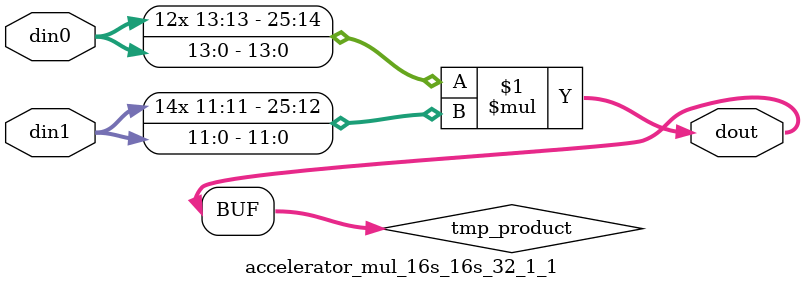
<source format=v>

`timescale 1 ns / 1 ps

 module accelerator_mul_16s_16s_32_1_1(din0, din1, dout);
parameter ID = 1;
parameter NUM_STAGE = 0;
parameter din0_WIDTH = 14;
parameter din1_WIDTH = 12;
parameter dout_WIDTH = 26;

input [din0_WIDTH - 1 : 0] din0; 
input [din1_WIDTH - 1 : 0] din1; 
output [dout_WIDTH - 1 : 0] dout;

wire signed [dout_WIDTH - 1 : 0] tmp_product;



























assign tmp_product = $signed(din0) * $signed(din1);








assign dout = tmp_product;





















endmodule

</source>
